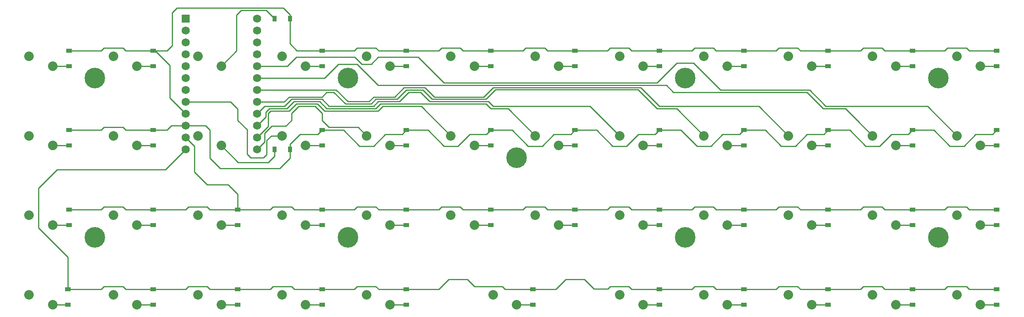
<source format=gbr>
%TF.GenerationSoftware,KiCad,Pcbnew,(5.1.9)-1*%
%TF.CreationDate,2021-08-02T02:46:02+02:00*%
%TF.ProjectId,rooster-pcb,726f6f73-7465-4722-9d70-63622e6b6963,rev?*%
%TF.SameCoordinates,Original*%
%TF.FileFunction,Copper,L2,Bot*%
%TF.FilePolarity,Positive*%
%FSLAX46Y46*%
G04 Gerber Fmt 4.6, Leading zero omitted, Abs format (unit mm)*
G04 Created by KiCad (PCBNEW (5.1.9)-1) date 2021-08-02 02:46:02*
%MOMM*%
%LPD*%
G01*
G04 APERTURE LIST*
%TA.AperFunction,ComponentPad*%
%ADD10C,2.032000*%
%TD*%
%TA.AperFunction,SMDPad,CuDef*%
%ADD11R,1.200000X0.900000*%
%TD*%
%TA.AperFunction,ComponentPad*%
%ADD12C,4.400000*%
%TD*%
%TA.AperFunction,ComponentPad*%
%ADD13C,1.752600*%
%TD*%
%TA.AperFunction,ComponentPad*%
%ADD14R,1.752600X1.752600*%
%TD*%
%TA.AperFunction,SMDPad,CuDef*%
%ADD15R,0.900000X1.200000*%
%TD*%
%TA.AperFunction,Conductor*%
%ADD16C,0.250000*%
%TD*%
G04 APERTURE END LIST*
D10*
%TO.P,SW1-5,1*%
%TO.N,Net-(D1-5-Pad2)*%
X132000000Y-64900000D03*
%TO.P,SW1-5,2*%
%TO.N,COL5*%
X127000000Y-62800000D03*
%TD*%
%TO.P,SW1-8,1*%
%TO.N,Net-(D1-8-Pad2)*%
X186000000Y-64900000D03*
%TO.P,SW1-8,2*%
%TO.N,COL8*%
X181000000Y-62800000D03*
%TD*%
%TO.P,SW2-10,1*%
%TO.N,Net-(D2-10-Pad2)*%
X222000000Y-81900000D03*
%TO.P,SW2-10,2*%
%TO.N,COL10*%
X217000000Y-79800000D03*
%TD*%
D11*
%TO.P,D0-0,2*%
%TO.N,Net-(D0-0-Pad2)*%
X45500000Y-47900000D03*
%TO.P,D0-0,1*%
%TO.N,ROW0*%
X45500000Y-44600000D03*
%TD*%
D12*
%TO.P,M7,1*%
%TO.N,N/C*%
X177000000Y-84500000D03*
%TD*%
%TO.P,M3,1*%
%TO.N,N/C*%
X177000000Y-50500000D03*
%TD*%
%TO.P,M6,1*%
%TO.N,N/C*%
X105000000Y-84500000D03*
%TD*%
%TO.P,M2,1*%
%TO.N,N/C*%
X105000000Y-50500000D03*
%TD*%
%TO.P,M9,1*%
%TO.N,N/C*%
X141000000Y-67500000D03*
%TD*%
%TO.P,M8,1*%
%TO.N,N/C*%
X231000000Y-84500000D03*
%TD*%
%TO.P,M4,1*%
%TO.N,N/C*%
X231000000Y-50500000D03*
%TD*%
%TO.P,M5,1*%
%TO.N,N/C*%
X51000000Y-84500000D03*
%TD*%
%TO.P,M1,1*%
%TO.N,N/C*%
X51000000Y-50500000D03*
%TD*%
D13*
%TO.P,U1,24*%
%TO.N,Net-(U1-Pad24)*%
X85620000Y-37780000D03*
%TO.P,U1,12*%
%TO.N,ROW3*%
X70380000Y-65720000D03*
%TO.P,U1,23*%
%TO.N,GND*%
X85620000Y-40320000D03*
%TO.P,U1,22*%
%TO.N,Net-(U1-Pad22)*%
X85620000Y-42860000D03*
%TO.P,U1,21*%
%TO.N,+5V*%
X85620000Y-45400000D03*
%TO.P,U1,20*%
%TO.N,COL11*%
X85620000Y-47940000D03*
%TO.P,U1,19*%
%TO.N,COL10*%
X85620000Y-50480000D03*
%TO.P,U1,18*%
%TO.N,COL9*%
X85620000Y-53020000D03*
%TO.P,U1,17*%
%TO.N,COL8*%
X85620000Y-55560000D03*
%TO.P,U1,16*%
%TO.N,COL7*%
X85620000Y-58100000D03*
%TO.P,U1,15*%
%TO.N,COL6*%
X85620000Y-60640000D03*
%TO.P,U1,14*%
%TO.N,COL5*%
X85620000Y-63180000D03*
%TO.P,U1,13*%
%TO.N,COL4*%
X85620000Y-65720000D03*
%TO.P,U1,11*%
%TO.N,ROW2*%
X70380000Y-63180000D03*
%TO.P,U1,10*%
%TO.N,ROW1*%
X70380000Y-60640000D03*
%TO.P,U1,9*%
%TO.N,ROW0*%
X70380000Y-58100000D03*
%TO.P,U1,8*%
%TO.N,COL3*%
X70380000Y-55560000D03*
%TO.P,U1,7*%
%TO.N,COL2*%
X70380000Y-53020000D03*
%TO.P,U1,6*%
%TO.N,COL1*%
X70380000Y-50480000D03*
%TO.P,U1,5*%
%TO.N,COL0*%
X70380000Y-47940000D03*
%TO.P,U1,4*%
%TO.N,Net-(U1-Pad4)*%
X70380000Y-45400000D03*
%TO.P,U1,3*%
%TO.N,Net-(U1-Pad3)*%
X70380000Y-42860000D03*
%TO.P,U1,2*%
%TO.N,Net-(U1-Pad2)*%
X70380000Y-40320000D03*
D14*
%TO.P,U1,1*%
%TO.N,Net-(U1-Pad1)*%
X70380000Y-37780000D03*
%TD*%
D10*
%TO.P,SW3-11,1*%
%TO.N,Net-(D3-11-Pad2)*%
X240000000Y-98900000D03*
%TO.P,SW3-11,2*%
%TO.N,COL11*%
X235000000Y-96800000D03*
%TD*%
%TO.P,SW3-10,1*%
%TO.N,Net-(D3-10-Pad2)*%
X222000000Y-98900000D03*
%TO.P,SW3-10,2*%
%TO.N,COL10*%
X217000000Y-96800000D03*
%TD*%
%TO.P,SW3-9,1*%
%TO.N,Net-(D3-9-Pad2)*%
X204000000Y-98900000D03*
%TO.P,SW3-9,2*%
%TO.N,COL9*%
X199000000Y-96800000D03*
%TD*%
%TO.P,SW3-8,1*%
%TO.N,Net-(D3-8-Pad2)*%
X186000000Y-98900000D03*
%TO.P,SW3-8,2*%
%TO.N,COL8*%
X181000000Y-96800000D03*
%TD*%
%TO.P,SW3-7,1*%
%TO.N,Net-(D3-7-Pad2)*%
X168000000Y-98900000D03*
%TO.P,SW3-7,2*%
%TO.N,COL7*%
X163000000Y-96800000D03*
%TD*%
%TO.P,SW3-5,1*%
%TO.N,Net-(D3-5-Pad2)*%
X141000000Y-98900000D03*
%TO.P,SW3-5,2*%
%TO.N,COL5*%
X136000000Y-96800000D03*
%TD*%
%TO.P,SW3-4,1*%
%TO.N,Net-(D3-4-Pad2)*%
X114000000Y-98900000D03*
%TO.P,SW3-4,2*%
%TO.N,COL4*%
X109000000Y-96800000D03*
%TD*%
%TO.P,SW3-3,1*%
%TO.N,Net-(D3-3-Pad2)*%
X96000000Y-98900000D03*
%TO.P,SW3-3,2*%
%TO.N,COL3*%
X91000000Y-96800000D03*
%TD*%
%TO.P,SW3-2,1*%
%TO.N,Net-(D3-2-Pad2)*%
X78000000Y-98900000D03*
%TO.P,SW3-2,2*%
%TO.N,COL2*%
X73000000Y-96800000D03*
%TD*%
%TO.P,SW3-1,1*%
%TO.N,Net-(D3-1-Pad2)*%
X60000000Y-98900000D03*
%TO.P,SW3-1,2*%
%TO.N,COL1*%
X55000000Y-96800000D03*
%TD*%
%TO.P,SW3-0,1*%
%TO.N,Net-(D3-0-Pad2)*%
X42000000Y-98900000D03*
%TO.P,SW3-0,2*%
%TO.N,COL0*%
X37000000Y-96800000D03*
%TD*%
%TO.P,SW2-11,1*%
%TO.N,Net-(D2-11-Pad2)*%
X240000000Y-81900000D03*
%TO.P,SW2-11,2*%
%TO.N,COL11*%
X235000000Y-79800000D03*
%TD*%
%TO.P,SW2-9,1*%
%TO.N,Net-(D2-9-Pad2)*%
X204000000Y-81900000D03*
%TO.P,SW2-9,2*%
%TO.N,COL9*%
X199000000Y-79800000D03*
%TD*%
%TO.P,SW2-8,1*%
%TO.N,Net-(D2-8-Pad2)*%
X186000000Y-81900000D03*
%TO.P,SW2-8,2*%
%TO.N,COL8*%
X181000000Y-79800000D03*
%TD*%
%TO.P,SW2-7,1*%
%TO.N,Net-(D2-7-Pad2)*%
X168000000Y-81900000D03*
%TO.P,SW2-7,2*%
%TO.N,COL7*%
X163000000Y-79800000D03*
%TD*%
%TO.P,SW2-6,1*%
%TO.N,Net-(D2-6-Pad2)*%
X150000000Y-81900000D03*
%TO.P,SW2-6,2*%
%TO.N,COL6*%
X145000000Y-79800000D03*
%TD*%
%TO.P,SW2-5,1*%
%TO.N,Net-(D2-5-Pad2)*%
X132000000Y-81900000D03*
%TO.P,SW2-5,2*%
%TO.N,COL5*%
X127000000Y-79800000D03*
%TD*%
%TO.P,SW2-4,1*%
%TO.N,Net-(D2-4-Pad2)*%
X114000000Y-81900000D03*
%TO.P,SW2-4,2*%
%TO.N,COL4*%
X109000000Y-79800000D03*
%TD*%
%TO.P,SW2-3,1*%
%TO.N,Net-(D2-3-Pad2)*%
X96000000Y-81900000D03*
%TO.P,SW2-3,2*%
%TO.N,COL3*%
X91000000Y-79800000D03*
%TD*%
%TO.P,SW2-2,1*%
%TO.N,Net-(D2-2-Pad2)*%
X78000000Y-81900000D03*
%TO.P,SW2-2,2*%
%TO.N,COL2*%
X73000000Y-79800000D03*
%TD*%
%TO.P,SW2-1,1*%
%TO.N,Net-(D2-1-Pad2)*%
X60000000Y-81900000D03*
%TO.P,SW2-1,2*%
%TO.N,COL1*%
X55000000Y-79800000D03*
%TD*%
%TO.P,SW2-0,1*%
%TO.N,Net-(D2-0-Pad2)*%
X42000000Y-81900000D03*
%TO.P,SW2-0,2*%
%TO.N,COL0*%
X37000000Y-79800000D03*
%TD*%
%TO.P,SW1-11,1*%
%TO.N,Net-(D1-11-Pad2)*%
X240000000Y-64900000D03*
%TO.P,SW1-11,2*%
%TO.N,COL11*%
X235000000Y-62800000D03*
%TD*%
%TO.P,SW1-10,1*%
%TO.N,Net-(D1-10-Pad2)*%
X222000000Y-64900000D03*
%TO.P,SW1-10,2*%
%TO.N,COL10*%
X217000000Y-62800000D03*
%TD*%
%TO.P,SW1-9,1*%
%TO.N,Net-(D1-9-Pad2)*%
X204000000Y-64900000D03*
%TO.P,SW1-9,2*%
%TO.N,COL9*%
X199000000Y-62800000D03*
%TD*%
%TO.P,SW1-7,1*%
%TO.N,Net-(D1-7-Pad2)*%
X168000000Y-64900000D03*
%TO.P,SW1-7,2*%
%TO.N,COL7*%
X163000000Y-62800000D03*
%TD*%
%TO.P,SW1-6,1*%
%TO.N,Net-(D1-6-Pad2)*%
X150000000Y-64900000D03*
%TO.P,SW1-6,2*%
%TO.N,COL6*%
X145000000Y-62800000D03*
%TD*%
%TO.P,SW1-4,1*%
%TO.N,Net-(D1-4-Pad2)*%
X114000000Y-64900000D03*
%TO.P,SW1-4,2*%
%TO.N,COL4*%
X109000000Y-62800000D03*
%TD*%
%TO.P,SW1-3,1*%
%TO.N,Net-(D1-3-Pad2)*%
X96000000Y-64900000D03*
%TO.P,SW1-3,2*%
%TO.N,COL3*%
X91000000Y-62800000D03*
%TD*%
%TO.P,SW1-2,1*%
%TO.N,Net-(D1-2-Pad2)*%
X78000000Y-64900000D03*
%TO.P,SW1-2,2*%
%TO.N,COL2*%
X73000000Y-62800000D03*
%TD*%
%TO.P,SW1-1,1*%
%TO.N,Net-(D1-1-Pad2)*%
X60000000Y-64900000D03*
%TO.P,SW1-1,2*%
%TO.N,COL1*%
X55000000Y-62800000D03*
%TD*%
%TO.P,SW1-0,1*%
%TO.N,Net-(D1-0-Pad2)*%
X42000000Y-64900000D03*
%TO.P,SW1-0,2*%
%TO.N,COL0*%
X37000000Y-62800000D03*
%TD*%
%TO.P,SW0-11,1*%
%TO.N,Net-(D0-11-Pad2)*%
X240000000Y-47900000D03*
%TO.P,SW0-11,2*%
%TO.N,COL11*%
X235000000Y-45800000D03*
%TD*%
%TO.P,SW0-10,1*%
%TO.N,Net-(D0-10-Pad2)*%
X222000000Y-47900000D03*
%TO.P,SW0-10,2*%
%TO.N,COL10*%
X217000000Y-45800000D03*
%TD*%
%TO.P,SW0-9,1*%
%TO.N,Net-(D0-9-Pad2)*%
X204000000Y-47900000D03*
%TO.P,SW0-9,2*%
%TO.N,COL9*%
X199000000Y-45800000D03*
%TD*%
%TO.P,SW0-8,1*%
%TO.N,Net-(D0-8-Pad2)*%
X186000000Y-47900000D03*
%TO.P,SW0-8,2*%
%TO.N,COL8*%
X181000000Y-45800000D03*
%TD*%
%TO.P,SW0-7,1*%
%TO.N,Net-(D0-7-Pad2)*%
X168000000Y-47900000D03*
%TO.P,SW0-7,2*%
%TO.N,COL7*%
X163000000Y-45800000D03*
%TD*%
%TO.P,SW0-6,1*%
%TO.N,Net-(D0-6-Pad2)*%
X150000000Y-47900000D03*
%TO.P,SW0-6,2*%
%TO.N,COL6*%
X145000000Y-45800000D03*
%TD*%
%TO.P,SW0-5,1*%
%TO.N,Net-(D0-5-Pad2)*%
X132000000Y-47900000D03*
%TO.P,SW0-5,2*%
%TO.N,COL5*%
X127000000Y-45800000D03*
%TD*%
%TO.P,SW0-4,1*%
%TO.N,Net-(D0-4-Pad2)*%
X114000000Y-47900000D03*
%TO.P,SW0-4,2*%
%TO.N,COL4*%
X109000000Y-45800000D03*
%TD*%
%TO.P,SW0-3,1*%
%TO.N,Net-(D0-3-Pad2)*%
X96000000Y-47900000D03*
%TO.P,SW0-3,2*%
%TO.N,COL3*%
X91000000Y-45800000D03*
%TD*%
%TO.P,SW0-2,1*%
%TO.N,Net-(D0-2-Pad2)*%
X78000000Y-47900000D03*
%TO.P,SW0-2,2*%
%TO.N,COL2*%
X73000000Y-45800000D03*
%TD*%
%TO.P,SW0-1,1*%
%TO.N,Net-(D0-1-Pad2)*%
X60000000Y-47900000D03*
%TO.P,SW0-1,2*%
%TO.N,COL1*%
X55000000Y-45800000D03*
%TD*%
%TO.P,SW0-0,1*%
%TO.N,Net-(D0-0-Pad2)*%
X42000000Y-47900000D03*
%TO.P,SW0-0,2*%
%TO.N,COL0*%
X37000000Y-45800000D03*
%TD*%
D11*
%TO.P,D3-11,2*%
%TO.N,Net-(D3-11-Pad2)*%
X243500000Y-98900000D03*
%TO.P,D3-11,1*%
%TO.N,ROW3*%
X243500000Y-95600000D03*
%TD*%
%TO.P,D3-10,2*%
%TO.N,Net-(D3-10-Pad2)*%
X225500000Y-98900000D03*
%TO.P,D3-10,1*%
%TO.N,ROW3*%
X225500000Y-95600000D03*
%TD*%
%TO.P,D3-9,2*%
%TO.N,Net-(D3-9-Pad2)*%
X207500000Y-98900000D03*
%TO.P,D3-9,1*%
%TO.N,ROW3*%
X207500000Y-95600000D03*
%TD*%
%TO.P,D3-8,2*%
%TO.N,Net-(D3-8-Pad2)*%
X189500000Y-98900000D03*
%TO.P,D3-8,1*%
%TO.N,ROW3*%
X189500000Y-95600000D03*
%TD*%
%TO.P,D3-7,2*%
%TO.N,Net-(D3-7-Pad2)*%
X171500000Y-98900000D03*
%TO.P,D3-7,1*%
%TO.N,ROW3*%
X171500000Y-95600000D03*
%TD*%
%TO.P,D3-5,2*%
%TO.N,Net-(D3-5-Pad2)*%
X144500000Y-98900000D03*
%TO.P,D3-5,1*%
%TO.N,ROW3*%
X144500000Y-95600000D03*
%TD*%
%TO.P,D3-4,2*%
%TO.N,Net-(D3-4-Pad2)*%
X117500000Y-98900000D03*
%TO.P,D3-4,1*%
%TO.N,ROW3*%
X117500000Y-95600000D03*
%TD*%
%TO.P,D3-3,2*%
%TO.N,Net-(D3-3-Pad2)*%
X99500000Y-98900000D03*
%TO.P,D3-3,1*%
%TO.N,ROW3*%
X99500000Y-95600000D03*
%TD*%
%TO.P,D3-2,2*%
%TO.N,Net-(D3-2-Pad2)*%
X81500000Y-98900000D03*
%TO.P,D3-2,1*%
%TO.N,ROW3*%
X81500000Y-95600000D03*
%TD*%
%TO.P,D3-1,2*%
%TO.N,Net-(D3-1-Pad2)*%
X63500000Y-98900000D03*
%TO.P,D3-1,1*%
%TO.N,ROW3*%
X63500000Y-95600000D03*
%TD*%
%TO.P,D3-0,2*%
%TO.N,Net-(D3-0-Pad2)*%
X45250000Y-98900000D03*
%TO.P,D3-0,1*%
%TO.N,ROW3*%
X45250000Y-95600000D03*
%TD*%
%TO.P,D2-11,2*%
%TO.N,Net-(D2-11-Pad2)*%
X243500000Y-81900000D03*
%TO.P,D2-11,1*%
%TO.N,ROW2*%
X243500000Y-78600000D03*
%TD*%
%TO.P,D2-10,2*%
%TO.N,Net-(D2-10-Pad2)*%
X225500000Y-81900000D03*
%TO.P,D2-10,1*%
%TO.N,ROW2*%
X225500000Y-78600000D03*
%TD*%
%TO.P,D2-9,2*%
%TO.N,Net-(D2-9-Pad2)*%
X207500000Y-81900000D03*
%TO.P,D2-9,1*%
%TO.N,ROW2*%
X207500000Y-78600000D03*
%TD*%
%TO.P,D2-8,2*%
%TO.N,Net-(D2-8-Pad2)*%
X189500000Y-81900000D03*
%TO.P,D2-8,1*%
%TO.N,ROW2*%
X189500000Y-78600000D03*
%TD*%
%TO.P,D2-7,2*%
%TO.N,Net-(D2-7-Pad2)*%
X171500000Y-81900000D03*
%TO.P,D2-7,1*%
%TO.N,ROW2*%
X171500000Y-78600000D03*
%TD*%
%TO.P,D2-6,2*%
%TO.N,Net-(D2-6-Pad2)*%
X153500000Y-81900000D03*
%TO.P,D2-6,1*%
%TO.N,ROW2*%
X153500000Y-78600000D03*
%TD*%
%TO.P,D2-5,2*%
%TO.N,Net-(D2-5-Pad2)*%
X135500000Y-81900000D03*
%TO.P,D2-5,1*%
%TO.N,ROW2*%
X135500000Y-78600000D03*
%TD*%
%TO.P,D2-4,2*%
%TO.N,Net-(D2-4-Pad2)*%
X117500000Y-81900000D03*
%TO.P,D2-4,1*%
%TO.N,ROW2*%
X117500000Y-78600000D03*
%TD*%
%TO.P,D2-3,2*%
%TO.N,Net-(D2-3-Pad2)*%
X99500000Y-81900000D03*
%TO.P,D2-3,1*%
%TO.N,ROW2*%
X99500000Y-78600000D03*
%TD*%
%TO.P,D2-2,2*%
%TO.N,Net-(D2-2-Pad2)*%
X81500000Y-81900000D03*
%TO.P,D2-2,1*%
%TO.N,ROW2*%
X81500000Y-78600000D03*
%TD*%
%TO.P,D2-1,2*%
%TO.N,Net-(D2-1-Pad2)*%
X63500000Y-81900000D03*
%TO.P,D2-1,1*%
%TO.N,ROW2*%
X63500000Y-78600000D03*
%TD*%
%TO.P,D2-0,2*%
%TO.N,Net-(D2-0-Pad2)*%
X45500000Y-81900000D03*
%TO.P,D2-0,1*%
%TO.N,ROW2*%
X45500000Y-78600000D03*
%TD*%
%TO.P,D1-11,2*%
%TO.N,Net-(D1-11-Pad2)*%
X243500000Y-64900000D03*
%TO.P,D1-11,1*%
%TO.N,ROW1*%
X243500000Y-61600000D03*
%TD*%
%TO.P,D1-10,2*%
%TO.N,Net-(D1-10-Pad2)*%
X225500000Y-64900000D03*
%TO.P,D1-10,1*%
%TO.N,ROW1*%
X225500000Y-61600000D03*
%TD*%
%TO.P,D1-9,2*%
%TO.N,Net-(D1-9-Pad2)*%
X207500000Y-64900000D03*
%TO.P,D1-9,1*%
%TO.N,ROW1*%
X207500000Y-61600000D03*
%TD*%
%TO.P,D1-8,2*%
%TO.N,Net-(D1-8-Pad2)*%
X189500000Y-64900000D03*
%TO.P,D1-8,1*%
%TO.N,ROW1*%
X189500000Y-61600000D03*
%TD*%
%TO.P,D1-7,2*%
%TO.N,Net-(D1-7-Pad2)*%
X171500000Y-64900000D03*
%TO.P,D1-7,1*%
%TO.N,ROW1*%
X171500000Y-61600000D03*
%TD*%
%TO.P,D1-6,2*%
%TO.N,Net-(D1-6-Pad2)*%
X153500000Y-64900000D03*
%TO.P,D1-6,1*%
%TO.N,ROW1*%
X153500000Y-61600000D03*
%TD*%
%TO.P,D1-5,2*%
%TO.N,Net-(D1-5-Pad2)*%
X135500000Y-64900000D03*
%TO.P,D1-5,1*%
%TO.N,ROW1*%
X135500000Y-61600000D03*
%TD*%
%TO.P,D1-4,2*%
%TO.N,Net-(D1-4-Pad2)*%
X117500000Y-64900000D03*
%TO.P,D1-4,1*%
%TO.N,ROW1*%
X117500000Y-61600000D03*
%TD*%
%TO.P,D1-3,2*%
%TO.N,Net-(D1-3-Pad2)*%
X99500000Y-64900000D03*
%TO.P,D1-3,1*%
%TO.N,ROW1*%
X99500000Y-61600000D03*
%TD*%
D15*
%TO.P,D1-2,2*%
%TO.N,Net-(D1-2-Pad2)*%
X89350000Y-65750000D03*
%TO.P,D1-2,1*%
%TO.N,ROW1*%
X92650000Y-65750000D03*
%TD*%
D11*
%TO.P,D1-1,2*%
%TO.N,Net-(D1-1-Pad2)*%
X63500000Y-64900000D03*
%TO.P,D1-1,1*%
%TO.N,ROW1*%
X63500000Y-61600000D03*
%TD*%
%TO.P,D1-0,2*%
%TO.N,Net-(D1-0-Pad2)*%
X45500000Y-64900000D03*
%TO.P,D1-0,1*%
%TO.N,ROW1*%
X45500000Y-61600000D03*
%TD*%
%TO.P,D0-11,2*%
%TO.N,Net-(D0-11-Pad2)*%
X243500000Y-47900000D03*
%TO.P,D0-11,1*%
%TO.N,ROW0*%
X243500000Y-44600000D03*
%TD*%
%TO.P,D0-10,2*%
%TO.N,Net-(D0-10-Pad2)*%
X225500000Y-47900000D03*
%TO.P,D0-10,1*%
%TO.N,ROW0*%
X225500000Y-44600000D03*
%TD*%
%TO.P,D0-9,2*%
%TO.N,Net-(D0-9-Pad2)*%
X207500000Y-47900000D03*
%TO.P,D0-9,1*%
%TO.N,ROW0*%
X207500000Y-44600000D03*
%TD*%
%TO.P,D0-8,2*%
%TO.N,Net-(D0-8-Pad2)*%
X189500000Y-47900000D03*
%TO.P,D0-8,1*%
%TO.N,ROW0*%
X189500000Y-44600000D03*
%TD*%
%TO.P,D0-7,2*%
%TO.N,Net-(D0-7-Pad2)*%
X171500000Y-47900000D03*
%TO.P,D0-7,1*%
%TO.N,ROW0*%
X171500000Y-44600000D03*
%TD*%
%TO.P,D0-6,2*%
%TO.N,Net-(D0-6-Pad2)*%
X153500000Y-47900000D03*
%TO.P,D0-6,1*%
%TO.N,ROW0*%
X153500000Y-44600000D03*
%TD*%
%TO.P,D0-5,2*%
%TO.N,Net-(D0-5-Pad2)*%
X135500000Y-47900000D03*
%TO.P,D0-5,1*%
%TO.N,ROW0*%
X135500000Y-44600000D03*
%TD*%
%TO.P,D0-4,2*%
%TO.N,Net-(D0-4-Pad2)*%
X117500000Y-47900000D03*
%TO.P,D0-4,1*%
%TO.N,ROW0*%
X117500000Y-44600000D03*
%TD*%
%TO.P,D0-3,2*%
%TO.N,Net-(D0-3-Pad2)*%
X99500000Y-47900000D03*
%TO.P,D0-3,1*%
%TO.N,ROW0*%
X99500000Y-44600000D03*
%TD*%
D15*
%TO.P,D0-2,2*%
%TO.N,Net-(D0-2-Pad2)*%
X89350000Y-37750000D03*
%TO.P,D0-2,1*%
%TO.N,ROW0*%
X92650000Y-37750000D03*
%TD*%
D11*
%TO.P,D0-1,2*%
%TO.N,Net-(D0-1-Pad2)*%
X63500000Y-47900000D03*
%TO.P,D0-1,1*%
%TO.N,ROW0*%
X63500000Y-44600000D03*
%TD*%
D16*
%TO.N,Net-(D0-0-Pad2)*%
X42000000Y-47900000D02*
X45500000Y-47900000D01*
%TO.N,ROW0*%
X57600000Y-44600000D02*
X63500000Y-44600000D01*
X57000000Y-44000000D02*
X57600000Y-44600000D01*
X53000000Y-44000000D02*
X57000000Y-44000000D01*
X52400000Y-44600000D02*
X53000000Y-44000000D01*
X45500000Y-44600000D02*
X52400000Y-44600000D01*
X99500000Y-44600000D02*
X106400000Y-44600000D01*
X106400000Y-44600000D02*
X107000000Y-44000000D01*
X107000000Y-44000000D02*
X111000000Y-44000000D01*
X111600000Y-44600000D02*
X117500000Y-44600000D01*
X111000000Y-44000000D02*
X111600000Y-44600000D01*
X117500000Y-44600000D02*
X124400000Y-44600000D01*
X124400000Y-44600000D02*
X125000000Y-44000000D01*
X125000000Y-44000000D02*
X129000000Y-44000000D01*
X129600000Y-44600000D02*
X135500000Y-44600000D01*
X129000000Y-44000000D02*
X129600000Y-44600000D01*
X135500000Y-44600000D02*
X142400000Y-44600000D01*
X142400000Y-44600000D02*
X143000000Y-44000000D01*
X143000000Y-44000000D02*
X147000000Y-44000000D01*
X147600000Y-44600000D02*
X153500000Y-44600000D01*
X147000000Y-44000000D02*
X147600000Y-44600000D01*
X165600000Y-44600000D02*
X171500000Y-44600000D01*
X165000000Y-44000000D02*
X165600000Y-44600000D01*
X161000000Y-44000000D02*
X165000000Y-44000000D01*
X160400000Y-44600000D02*
X161000000Y-44000000D01*
X153500000Y-44600000D02*
X160400000Y-44600000D01*
X183000000Y-44000000D02*
X183600000Y-44600000D01*
X183600000Y-44600000D02*
X189500000Y-44600000D01*
X179000000Y-44000000D02*
X183000000Y-44000000D01*
X178400000Y-44600000D02*
X179000000Y-44000000D01*
X171500000Y-44600000D02*
X178400000Y-44600000D01*
X201000000Y-44000000D02*
X201600000Y-44600000D01*
X197000000Y-44000000D02*
X201000000Y-44000000D01*
X196400000Y-44600000D02*
X197000000Y-44000000D01*
X201600000Y-44600000D02*
X207500000Y-44600000D01*
X189500000Y-44600000D02*
X196400000Y-44600000D01*
X207500000Y-44600000D02*
X214400000Y-44600000D01*
X214400000Y-44600000D02*
X215000000Y-44000000D01*
X215000000Y-44000000D02*
X219000000Y-44000000D01*
X219600000Y-44600000D02*
X225500000Y-44600000D01*
X219000000Y-44000000D02*
X219600000Y-44600000D01*
X237600000Y-44600000D02*
X243500000Y-44600000D01*
X237000000Y-44000000D02*
X237600000Y-44600000D01*
X233000000Y-44000000D02*
X237000000Y-44000000D01*
X232400000Y-44600000D02*
X233000000Y-44000000D01*
X225500000Y-44600000D02*
X232400000Y-44600000D01*
X94100000Y-44600000D02*
X99500000Y-44600000D01*
X63500000Y-44600000D02*
X64850000Y-44600000D01*
X67000000Y-54720000D02*
X70380000Y-58100000D01*
X67000000Y-47750000D02*
X67000000Y-54720000D01*
X63850000Y-44600000D02*
X67000000Y-47750000D01*
X63500000Y-44600000D02*
X63850000Y-44600000D01*
X92650000Y-36900000D02*
X92650000Y-37750000D01*
X68500000Y-35500000D02*
X91250000Y-35500000D01*
X67500000Y-36500000D02*
X68500000Y-35500000D01*
X91250000Y-35500000D02*
X92650000Y-36900000D01*
X67500000Y-43500000D02*
X67500000Y-36500000D01*
X66400000Y-44600000D02*
X67500000Y-43500000D01*
X63500000Y-44600000D02*
X66400000Y-44600000D01*
X92650000Y-43150000D02*
X94100000Y-44600000D01*
X92650000Y-37750000D02*
X92650000Y-43150000D01*
%TO.N,Net-(D0-1-Pad2)*%
X60000000Y-47900000D02*
X63500000Y-47900000D01*
%TO.N,Net-(D0-2-Pad2)*%
X81250000Y-44650000D02*
X81250000Y-37000000D01*
X78000000Y-47900000D02*
X81250000Y-44650000D01*
X81250000Y-37000000D02*
X82250000Y-36000000D01*
X87600000Y-36000000D02*
X89350000Y-37750000D01*
X82250000Y-36000000D02*
X87600000Y-36000000D01*
%TO.N,Net-(D0-3-Pad2)*%
X96000000Y-47900000D02*
X99500000Y-47900000D01*
%TO.N,Net-(D0-4-Pad2)*%
X114000000Y-47900000D02*
X117500000Y-47900000D01*
%TO.N,Net-(D0-5-Pad2)*%
X132000000Y-47900000D02*
X135500000Y-47900000D01*
%TO.N,Net-(D0-6-Pad2)*%
X150000000Y-47900000D02*
X153500000Y-47900000D01*
%TO.N,Net-(D0-7-Pad2)*%
X168000000Y-47900000D02*
X171500000Y-47900000D01*
%TO.N,Net-(D0-8-Pad2)*%
X186000000Y-47900000D02*
X189500000Y-47900000D01*
%TO.N,Net-(D0-9-Pad2)*%
X204000000Y-47900000D02*
X207500000Y-47900000D01*
%TO.N,Net-(D0-10-Pad2)*%
X222000000Y-47900000D02*
X225500000Y-47900000D01*
%TO.N,Net-(D0-11-Pad2)*%
X240000000Y-47900000D02*
X243500000Y-47900000D01*
%TO.N,Net-(D1-0-Pad2)*%
X42000000Y-64900000D02*
X45500000Y-64900000D01*
%TO.N,ROW1*%
X57600000Y-61600000D02*
X63500000Y-61600000D01*
X57000000Y-61000000D02*
X57600000Y-61600000D01*
X53000000Y-61000000D02*
X57000000Y-61000000D01*
X52400000Y-61600000D02*
X53000000Y-61000000D01*
X45500000Y-61600000D02*
X52400000Y-61600000D01*
X63500000Y-61600000D02*
X66400000Y-61600000D01*
X67360000Y-60640000D02*
X70380000Y-60640000D01*
X66400000Y-61600000D02*
X67360000Y-60640000D01*
X242600000Y-62500000D02*
X243500000Y-61600000D01*
X236500000Y-65000000D02*
X239000000Y-62500000D01*
X233500000Y-65000000D02*
X236500000Y-65000000D01*
X230100000Y-61600000D02*
X233500000Y-65000000D01*
X239000000Y-62500000D02*
X242600000Y-62500000D01*
X225500000Y-61600000D02*
X230100000Y-61600000D01*
X224600000Y-62500000D02*
X225500000Y-61600000D01*
X218500000Y-65000000D02*
X221000000Y-62500000D01*
X221000000Y-62500000D02*
X224600000Y-62500000D01*
X215500000Y-65000000D02*
X218500000Y-65000000D01*
X212100000Y-61600000D02*
X215500000Y-65000000D01*
X207500000Y-61600000D02*
X212100000Y-61600000D01*
X206600000Y-62500000D02*
X207500000Y-61600000D01*
X200500000Y-65000000D02*
X203000000Y-62500000D01*
X203000000Y-62500000D02*
X206600000Y-62500000D01*
X197500000Y-65000000D02*
X200500000Y-65000000D01*
X194100000Y-61600000D02*
X197500000Y-65000000D01*
X189500000Y-61600000D02*
X194100000Y-61600000D01*
X188600000Y-62500000D02*
X189500000Y-61600000D01*
X185000000Y-62500000D02*
X188600000Y-62500000D01*
X182500000Y-65000000D02*
X185000000Y-62500000D01*
X179500000Y-65000000D02*
X182500000Y-65000000D01*
X176100000Y-61600000D02*
X179500000Y-65000000D01*
X171500000Y-61600000D02*
X176100000Y-61600000D01*
X170600000Y-62500000D02*
X171500000Y-61600000D01*
X167000000Y-62500000D02*
X170600000Y-62500000D01*
X164500000Y-65000000D02*
X167000000Y-62500000D01*
X161500000Y-65000000D02*
X164500000Y-65000000D01*
X158100000Y-61600000D02*
X161500000Y-65000000D01*
X153500000Y-61600000D02*
X158100000Y-61600000D01*
X152600000Y-62500000D02*
X153500000Y-61600000D01*
X149000000Y-62500000D02*
X152600000Y-62500000D01*
X146500000Y-65000000D02*
X149000000Y-62500000D01*
X143500000Y-65000000D02*
X146500000Y-65000000D01*
X140100000Y-61600000D02*
X143500000Y-65000000D01*
X135500000Y-61600000D02*
X140100000Y-61600000D01*
X134600000Y-62500000D02*
X135500000Y-61600000D01*
X131000000Y-62500000D02*
X134600000Y-62500000D01*
X128500000Y-65000000D02*
X131000000Y-62500000D01*
X125500000Y-65000000D02*
X128500000Y-65000000D01*
X122100000Y-61600000D02*
X125500000Y-65000000D01*
X117500000Y-61600000D02*
X122100000Y-61600000D01*
X116600000Y-62500000D02*
X117500000Y-61600000D01*
X113000000Y-62500000D02*
X116600000Y-62500000D01*
X110500000Y-65000000D02*
X113000000Y-62500000D01*
X107500000Y-65000000D02*
X110500000Y-65000000D01*
X104100000Y-61600000D02*
X107500000Y-65000000D01*
X99500000Y-61600000D02*
X104100000Y-61600000D01*
X98600000Y-62500000D02*
X99500000Y-61600000D01*
X77750000Y-69750000D02*
X90500000Y-69750000D01*
X75600000Y-67600000D02*
X77750000Y-69750000D01*
X75600000Y-61600000D02*
X75600000Y-67600000D01*
X74640000Y-60640000D02*
X75600000Y-61600000D01*
X70380000Y-60640000D02*
X74640000Y-60640000D01*
X92650000Y-65750000D02*
X92650000Y-64600000D01*
X94750000Y-62500000D02*
X98600000Y-62500000D01*
X92650000Y-64600000D02*
X94750000Y-62500000D01*
X92650000Y-67600000D02*
X90500000Y-69750000D01*
X92650000Y-65750000D02*
X92650000Y-67600000D01*
%TO.N,Net-(D1-1-Pad2)*%
X60000000Y-64900000D02*
X63500000Y-64900000D01*
%TO.N,Net-(D1-2-Pad2)*%
X81600000Y-68500000D02*
X78000000Y-64900000D01*
X88000000Y-68500000D02*
X81600000Y-68500000D01*
X89350000Y-67150000D02*
X88000000Y-68500000D01*
X89350000Y-65750000D02*
X89350000Y-67150000D01*
%TO.N,Net-(D1-3-Pad2)*%
X96000000Y-64900000D02*
X99500000Y-64900000D01*
%TO.N,Net-(D1-4-Pad2)*%
X114000000Y-64900000D02*
X117500000Y-64900000D01*
%TO.N,Net-(D1-5-Pad2)*%
X132000000Y-64900000D02*
X135500000Y-64900000D01*
%TO.N,Net-(D1-6-Pad2)*%
X150000000Y-64900000D02*
X153500000Y-64900000D01*
%TO.N,Net-(D1-7-Pad2)*%
X168000000Y-64900000D02*
X171500000Y-64900000D01*
%TO.N,Net-(D1-8-Pad2)*%
X186000000Y-64900000D02*
X189500000Y-64900000D01*
%TO.N,Net-(D1-9-Pad2)*%
X204000000Y-64900000D02*
X207500000Y-64900000D01*
%TO.N,Net-(D1-10-Pad2)*%
X222000000Y-64900000D02*
X225500000Y-64900000D01*
%TO.N,Net-(D1-11-Pad2)*%
X240000000Y-64900000D02*
X243500000Y-64900000D01*
%TO.N,Net-(D2-0-Pad2)*%
X42000000Y-81900000D02*
X45500000Y-81900000D01*
%TO.N,ROW2*%
X57600000Y-78600000D02*
X63500000Y-78600000D01*
X57000000Y-78000000D02*
X57600000Y-78600000D01*
X53000000Y-78000000D02*
X57000000Y-78000000D01*
X52400000Y-78600000D02*
X53000000Y-78000000D01*
X45500000Y-78600000D02*
X52400000Y-78600000D01*
X75600000Y-78600000D02*
X81500000Y-78600000D01*
X71000000Y-78000000D02*
X75000000Y-78000000D01*
X75000000Y-78000000D02*
X75600000Y-78600000D01*
X70400000Y-78600000D02*
X71000000Y-78000000D01*
X63500000Y-78600000D02*
X70400000Y-78600000D01*
X93600000Y-78600000D02*
X99500000Y-78600000D01*
X93000000Y-78000000D02*
X93600000Y-78600000D01*
X89000000Y-78000000D02*
X93000000Y-78000000D01*
X88400000Y-78600000D02*
X89000000Y-78000000D01*
X81500000Y-78600000D02*
X88400000Y-78600000D01*
X111600000Y-78600000D02*
X117500000Y-78600000D01*
X111000000Y-78000000D02*
X111600000Y-78600000D01*
X107000000Y-78000000D02*
X111000000Y-78000000D01*
X106400000Y-78600000D02*
X107000000Y-78000000D01*
X99500000Y-78600000D02*
X106400000Y-78600000D01*
X129600000Y-78600000D02*
X135500000Y-78600000D01*
X129000000Y-78000000D02*
X129600000Y-78600000D01*
X125000000Y-78000000D02*
X129000000Y-78000000D01*
X124400000Y-78600000D02*
X125000000Y-78000000D01*
X117500000Y-78600000D02*
X124400000Y-78600000D01*
X147600000Y-78600000D02*
X153500000Y-78600000D01*
X147000000Y-78000000D02*
X147600000Y-78600000D01*
X143000000Y-78000000D02*
X147000000Y-78000000D01*
X142400000Y-78600000D02*
X143000000Y-78000000D01*
X135500000Y-78600000D02*
X142400000Y-78600000D01*
X165000000Y-78000000D02*
X165600000Y-78600000D01*
X165600000Y-78600000D02*
X171500000Y-78600000D01*
X161000000Y-78000000D02*
X165000000Y-78000000D01*
X160400000Y-78600000D02*
X161000000Y-78000000D01*
X153500000Y-78600000D02*
X160400000Y-78600000D01*
X183600000Y-78600000D02*
X189500000Y-78600000D01*
X183000000Y-78000000D02*
X183600000Y-78600000D01*
X179000000Y-78000000D02*
X183000000Y-78000000D01*
X178400000Y-78600000D02*
X179000000Y-78000000D01*
X171500000Y-78600000D02*
X178400000Y-78600000D01*
X201600000Y-78600000D02*
X207500000Y-78600000D01*
X197000000Y-78000000D02*
X201000000Y-78000000D01*
X196400000Y-78600000D02*
X197000000Y-78000000D01*
X201000000Y-78000000D02*
X201600000Y-78600000D01*
X189500000Y-78600000D02*
X196400000Y-78600000D01*
X219000000Y-78000000D02*
X219600000Y-78600000D01*
X215000000Y-78000000D02*
X219000000Y-78000000D01*
X214400000Y-78600000D02*
X215000000Y-78000000D01*
X219600000Y-78600000D02*
X225500000Y-78600000D01*
X207500000Y-78600000D02*
X214400000Y-78600000D01*
X237600000Y-78600000D02*
X243500000Y-78600000D01*
X237000000Y-78000000D02*
X237600000Y-78600000D01*
X233000000Y-78000000D02*
X237000000Y-78000000D01*
X232400000Y-78600000D02*
X233000000Y-78000000D01*
X225500000Y-78600000D02*
X232400000Y-78600000D01*
X70380000Y-63180000D02*
X72250000Y-65050000D01*
X72250000Y-65050000D02*
X72250000Y-70500000D01*
X72250000Y-70500000D02*
X75000000Y-73250000D01*
X75000000Y-73250000D02*
X79500000Y-73250000D01*
X81500000Y-75250000D02*
X81500000Y-78600000D01*
X79500000Y-73250000D02*
X81500000Y-75250000D01*
%TO.N,Net-(D2-1-Pad2)*%
X60000000Y-81900000D02*
X63500000Y-81900000D01*
%TO.N,Net-(D2-2-Pad2)*%
X78000000Y-81900000D02*
X81500000Y-81900000D01*
%TO.N,Net-(D2-3-Pad2)*%
X96000000Y-81900000D02*
X99500000Y-81900000D01*
%TO.N,Net-(D2-4-Pad2)*%
X114000000Y-81900000D02*
X117500000Y-81900000D01*
%TO.N,Net-(D2-5-Pad2)*%
X132000000Y-81900000D02*
X135500000Y-81900000D01*
%TO.N,Net-(D2-6-Pad2)*%
X150000000Y-81900000D02*
X153500000Y-81900000D01*
%TO.N,Net-(D2-7-Pad2)*%
X168000000Y-81900000D02*
X171500000Y-81900000D01*
%TO.N,Net-(D2-8-Pad2)*%
X186000000Y-81900000D02*
X189500000Y-81900000D01*
%TO.N,Net-(D2-9-Pad2)*%
X204000000Y-81900000D02*
X207500000Y-81900000D01*
%TO.N,Net-(D2-10-Pad2)*%
X222000000Y-81900000D02*
X225500000Y-81900000D01*
%TO.N,Net-(D2-11-Pad2)*%
X240000000Y-81900000D02*
X243500000Y-81900000D01*
%TO.N,Net-(D3-0-Pad2)*%
X42000000Y-98900000D02*
X45250000Y-98900000D01*
%TO.N,ROW3*%
X57000000Y-95000000D02*
X57600000Y-95600000D01*
X53000000Y-95000000D02*
X57000000Y-95000000D01*
X52400000Y-95600000D02*
X53000000Y-95000000D01*
X57600000Y-95600000D02*
X63500000Y-95600000D01*
X45250000Y-95600000D02*
X52400000Y-95600000D01*
X75000000Y-95000000D02*
X75600000Y-95600000D01*
X71000000Y-95000000D02*
X75000000Y-95000000D01*
X70400000Y-95600000D02*
X71000000Y-95000000D01*
X75600000Y-95600000D02*
X81500000Y-95600000D01*
X63500000Y-95600000D02*
X70400000Y-95600000D01*
X93600000Y-95600000D02*
X99500000Y-95600000D01*
X93000000Y-95000000D02*
X93600000Y-95600000D01*
X89000000Y-95000000D02*
X93000000Y-95000000D01*
X88400000Y-95600000D02*
X89000000Y-95000000D01*
X81500000Y-95600000D02*
X88400000Y-95600000D01*
X111600000Y-95600000D02*
X117500000Y-95600000D01*
X111000000Y-95000000D02*
X111600000Y-95600000D01*
X107000000Y-95000000D02*
X111000000Y-95000000D01*
X106400000Y-95600000D02*
X107000000Y-95000000D01*
X99500000Y-95600000D02*
X106400000Y-95600000D01*
X138600000Y-95600000D02*
X144500000Y-95600000D01*
X138000000Y-95000000D02*
X138600000Y-95600000D01*
X132000000Y-95000000D02*
X138000000Y-95000000D01*
X130500000Y-93500000D02*
X132000000Y-95000000D01*
X126500000Y-93500000D02*
X130500000Y-93500000D01*
X124400000Y-95600000D02*
X126500000Y-93500000D01*
X117500000Y-95600000D02*
X124400000Y-95600000D01*
X165600000Y-95600000D02*
X171500000Y-95600000D01*
X161000000Y-95000000D02*
X165000000Y-95000000D01*
X157500000Y-95500000D02*
X160500000Y-95500000D01*
X165000000Y-95000000D02*
X165600000Y-95600000D01*
X155500000Y-93500000D02*
X157500000Y-95500000D01*
X160500000Y-95500000D02*
X161000000Y-95000000D01*
X151500000Y-93500000D02*
X155500000Y-93500000D01*
X149400000Y-95600000D02*
X151500000Y-93500000D01*
X144500000Y-95600000D02*
X149400000Y-95600000D01*
X183600000Y-95600000D02*
X189500000Y-95600000D01*
X183000000Y-95000000D02*
X183600000Y-95600000D01*
X179000000Y-95000000D02*
X183000000Y-95000000D01*
X178400000Y-95600000D02*
X179000000Y-95000000D01*
X171500000Y-95600000D02*
X178400000Y-95600000D01*
X201600000Y-95600000D02*
X207500000Y-95600000D01*
X201000000Y-95000000D02*
X201600000Y-95600000D01*
X197000000Y-95000000D02*
X201000000Y-95000000D01*
X196400000Y-95600000D02*
X197000000Y-95000000D01*
X189500000Y-95600000D02*
X196400000Y-95600000D01*
X219600000Y-95600000D02*
X225500000Y-95600000D01*
X219000000Y-95000000D02*
X219600000Y-95600000D01*
X215000000Y-95000000D02*
X219000000Y-95000000D01*
X214400000Y-95600000D02*
X215000000Y-95000000D01*
X207500000Y-95600000D02*
X214400000Y-95600000D01*
X237600000Y-95600000D02*
X243500000Y-95600000D01*
X237000000Y-95000000D02*
X237600000Y-95600000D01*
X233000000Y-95000000D02*
X237000000Y-95000000D01*
X232400000Y-95600000D02*
X233000000Y-95000000D01*
X225500000Y-95600000D02*
X232400000Y-95600000D01*
X45250000Y-95600000D02*
X45250000Y-88750000D01*
X45250000Y-88750000D02*
X39000000Y-82500000D01*
X39000000Y-82500000D02*
X39000000Y-74000000D01*
X39000000Y-74000000D02*
X43000000Y-70000000D01*
X43000000Y-70000000D02*
X66100000Y-70000000D01*
X66100000Y-70000000D02*
X70380000Y-65720000D01*
%TO.N,Net-(D3-1-Pad2)*%
X60000000Y-98900000D02*
X63500000Y-98900000D01*
%TO.N,Net-(D3-2-Pad2)*%
X78000000Y-98900000D02*
X81500000Y-98900000D01*
%TO.N,Net-(D3-3-Pad2)*%
X96000000Y-98900000D02*
X99500000Y-98900000D01*
%TO.N,Net-(D3-4-Pad2)*%
X114000000Y-98900000D02*
X117500000Y-98900000D01*
%TO.N,Net-(D3-5-Pad2)*%
X141000000Y-98900000D02*
X144500000Y-98900000D01*
%TO.N,Net-(D3-7-Pad2)*%
X168000000Y-98900000D02*
X171500000Y-98900000D01*
%TO.N,Net-(D3-8-Pad2)*%
X186000000Y-98900000D02*
X189500000Y-98900000D01*
%TO.N,Net-(D3-9-Pad2)*%
X204000000Y-98900000D02*
X207500000Y-98900000D01*
%TO.N,Net-(D3-10-Pad2)*%
X222000000Y-98900000D02*
X225500000Y-98900000D01*
%TO.N,Net-(D3-11-Pad2)*%
X240000000Y-98900000D02*
X243500000Y-98900000D01*
%TO.N,COL3*%
X79940000Y-55560000D02*
X70380000Y-55560000D01*
X81500000Y-59500000D02*
X81500000Y-57120000D01*
X81500000Y-57120000D02*
X79940000Y-55560000D01*
X83500000Y-66750000D02*
X83500000Y-61500000D01*
X84250000Y-67500000D02*
X83500000Y-66750000D01*
X83500000Y-61500000D02*
X81500000Y-59500000D01*
X87000000Y-67500000D02*
X84250000Y-67500000D01*
X87700010Y-66799990D02*
X87000000Y-67500000D01*
X87700010Y-63799990D02*
X87700010Y-66799990D01*
X88700000Y-62800000D02*
X87700010Y-63799990D01*
X91000000Y-62800000D02*
X88700000Y-62800000D01*
%TO.N,COL4*%
X101000000Y-61000000D02*
X107200000Y-61000000D01*
X99500000Y-59500000D02*
X101000000Y-61000000D01*
X99500000Y-58000000D02*
X99500000Y-59500000D01*
X94500000Y-56500000D02*
X98000000Y-56500000D01*
X93000000Y-58000000D02*
X94500000Y-56500000D01*
X93000000Y-59500000D02*
X93000000Y-58000000D01*
X91750000Y-60750000D02*
X93000000Y-59500000D01*
X98000000Y-56500000D02*
X99500000Y-58000000D01*
X88750000Y-60750000D02*
X91750000Y-60750000D01*
X107200000Y-61000000D02*
X109000000Y-62800000D01*
X87250000Y-62250000D02*
X88750000Y-60750000D01*
X87250000Y-64090000D02*
X87250000Y-62250000D01*
X85620000Y-65720000D02*
X87250000Y-64090000D01*
%TO.N,COL5*%
X112500000Y-56500000D02*
X120700000Y-56500000D01*
X100000000Y-57500000D02*
X111500000Y-57500000D01*
X111500000Y-57500000D02*
X112500000Y-56500000D01*
X92500000Y-57500000D02*
X94000000Y-56000000D01*
X88500000Y-57500000D02*
X92500000Y-57500000D01*
X98500000Y-56000000D02*
X100000000Y-57500000D01*
X94000000Y-56000000D02*
X98500000Y-56000000D01*
X88000000Y-58000000D02*
X88500000Y-57500000D01*
X88000000Y-60800000D02*
X88000000Y-58000000D01*
X120700000Y-56500000D02*
X127000000Y-62800000D01*
X85620000Y-63180000D02*
X88000000Y-60800000D01*
%TO.N,COL6*%
X135500000Y-57000000D02*
X139200000Y-57000000D01*
X134500000Y-56000000D02*
X135500000Y-57000000D01*
X112000000Y-56000000D02*
X134500000Y-56000000D01*
X100500000Y-57000000D02*
X111000000Y-57000000D01*
X99000000Y-55500000D02*
X100500000Y-57000000D01*
X93500000Y-55500000D02*
X99000000Y-55500000D01*
X92000000Y-57000000D02*
X93500000Y-55500000D01*
X139200000Y-57000000D02*
X145000000Y-62800000D01*
X111000000Y-57000000D02*
X112000000Y-56000000D01*
X88250000Y-57000000D02*
X92000000Y-57000000D01*
X87500000Y-57750000D02*
X88250000Y-57000000D01*
X87500000Y-58760000D02*
X87500000Y-57750000D01*
X85620000Y-60640000D02*
X87500000Y-58760000D01*
%TO.N,COL7*%
X93000000Y-55000000D02*
X99500000Y-55000000D01*
X136000000Y-56500000D02*
X156700000Y-56500000D01*
X87220000Y-56500000D02*
X91500000Y-56500000D01*
X118000000Y-53500000D02*
X120500000Y-53500000D01*
X91500000Y-56500000D02*
X93000000Y-55000000D01*
X99500000Y-55000000D02*
X101000000Y-56500000D01*
X85620000Y-58100000D02*
X87220000Y-56500000D01*
X122500000Y-55500000D02*
X135000000Y-55500000D01*
X110500000Y-56500000D02*
X111500000Y-55500000D01*
X111500000Y-55500000D02*
X116000000Y-55500000D01*
X156700000Y-56500000D02*
X163000000Y-62800000D01*
X101000000Y-56500000D02*
X110500000Y-56500000D01*
X135000000Y-55500000D02*
X136000000Y-56500000D01*
X116000000Y-55500000D02*
X118000000Y-53500000D01*
X120500000Y-53500000D02*
X122500000Y-55500000D01*
%TO.N,COL8*%
X136549990Y-52950010D02*
X166950010Y-52950010D01*
X134500000Y-55000000D02*
X136549990Y-52950010D01*
X85620000Y-55560000D02*
X91440000Y-55560000D01*
X91440000Y-55560000D02*
X92500000Y-54500000D01*
X111000000Y-55000000D02*
X115500000Y-55000000D01*
X92500000Y-54500000D02*
X99500000Y-54500000D01*
X99500000Y-54500000D02*
X100500000Y-53500000D01*
X100500000Y-53500000D02*
X102000000Y-53500000D01*
X117500000Y-53000000D02*
X121000000Y-53000000D01*
X102000000Y-53500000D02*
X104500000Y-56000000D01*
X104500000Y-56000000D02*
X110000000Y-56000000D01*
X110000000Y-56000000D02*
X111000000Y-55000000D01*
X115500000Y-55000000D02*
X117500000Y-53000000D01*
X121000000Y-53000000D02*
X123000000Y-55000000D01*
X123000000Y-55000000D02*
X134500000Y-55000000D01*
X166950010Y-52950010D02*
X171000000Y-57000000D01*
X175200000Y-57000000D02*
X181000000Y-62800000D01*
X171000000Y-57000000D02*
X175200000Y-57000000D01*
%TO.N,COL9*%
X171510489Y-56510489D02*
X192710489Y-56510489D01*
X85620000Y-53020000D02*
X85625001Y-53025001D01*
X110500000Y-54500000D02*
X115000000Y-54500000D01*
X85625001Y-53025001D02*
X102525001Y-53025001D01*
X117000000Y-52500000D02*
X121500000Y-52500000D01*
X102525001Y-53025001D02*
X105000000Y-55500000D01*
X134000000Y-54500000D02*
X136000000Y-52500000D01*
X105000000Y-55500000D02*
X109500000Y-55500000D01*
X115000000Y-54500000D02*
X117000000Y-52500000D01*
X192710489Y-56510489D02*
X199000000Y-62800000D01*
X121500000Y-52500000D02*
X123500000Y-54500000D01*
X123500000Y-54500000D02*
X134000000Y-54500000D01*
X109500000Y-55500000D02*
X110500000Y-54500000D01*
X136000000Y-52500000D02*
X167500000Y-52500000D01*
X167500000Y-52500000D02*
X171510489Y-56510489D01*
%TO.N,COL10*%
X213000000Y-58800000D02*
X213850000Y-59650000D01*
X213850000Y-59650000D02*
X217000000Y-62800000D01*
X211200000Y-57000000D02*
X213850000Y-59650000D01*
X203000000Y-53500000D02*
X206500000Y-57000000D01*
X206500000Y-57000000D02*
X211200000Y-57000000D01*
X174500000Y-53500000D02*
X176000000Y-53500000D01*
X173000000Y-52000000D02*
X174500000Y-53500000D01*
X107000000Y-47500000D02*
X111500000Y-52000000D01*
X100020000Y-50480000D02*
X103000000Y-47500000D01*
X111500000Y-52000000D02*
X173000000Y-52000000D01*
X85620000Y-50480000D02*
X100020000Y-50480000D01*
X176000000Y-53500000D02*
X203000000Y-53500000D01*
X103000000Y-47500000D02*
X107000000Y-47500000D01*
X175000000Y-53500000D02*
X176000000Y-53500000D01*
%TO.N,COL11*%
X92060000Y-47940000D02*
X85620000Y-47940000D01*
X94000000Y-46000000D02*
X92060000Y-47940000D01*
X235000000Y-62800000D02*
X228700000Y-56500000D01*
X120000000Y-46000000D02*
X111500000Y-46000000D01*
X106500000Y-46000000D02*
X94000000Y-46000000D01*
X110000000Y-47500000D02*
X108000000Y-47500000D01*
X228700000Y-56500000D02*
X207000000Y-56500000D01*
X184549990Y-53049990D02*
X178756319Y-47256319D01*
X207000000Y-56500000D02*
X203549990Y-53049990D01*
X108000000Y-47500000D02*
X106500000Y-46000000D01*
X203549990Y-53049990D02*
X184549990Y-53049990D01*
X178756319Y-47256319D02*
X175243681Y-47256319D01*
X175243681Y-47256319D02*
X171000000Y-51500000D01*
X125500000Y-51500000D02*
X120000000Y-46000000D01*
X171000000Y-51500000D02*
X125500000Y-51500000D01*
X111500000Y-46000000D02*
X110000000Y-47500000D01*
%TD*%
M02*

</source>
